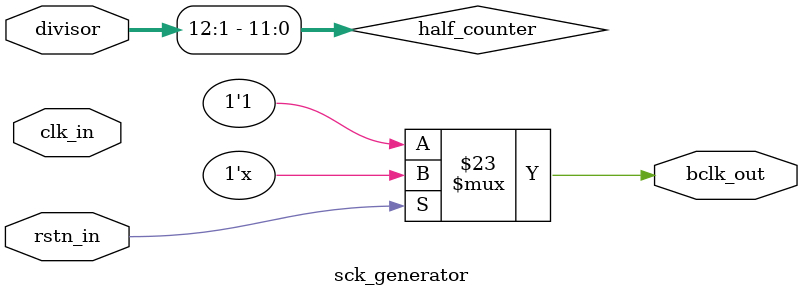
<source format=v>

/********************************************************************
* Module Name:     bclk_generator
* Author:          wuqlan
* Email:           
* Date Created:    2023/4/12
* Description:     UART bclk generator module.
*                  
*
* Version:         0.1
***********************************************************************/

module  sck_generator(
    input   clk_in,
    input   rstn_in,
    output  reg  bclk_out,
    input   [15: 0]  divisor
);


reg   [11: 0]  counter;
reg   top_half;

wire  [11: 0]  half_counter;
wire  change_clk;
wire  top_half_end;
wire  next_half_end;


/*----get half counter----*/
always @(clk_in or rstn_in) begin
    if (!rstn_in ) begin
        counter        <=    0;
        bclk_out       <=    1;
        top_half       <=    1;
    end
    else begin
        counter       <=     (counter + 1);
        bclk_out      <=     change_clk ? ~bclk_out:  bclk_out;
        top_half      <=     change_clk ? ~top_half:  top_half;
    end
end



assign   half_counter  =   divisor >> 1;
assign   change_clk    =   top_half_end || next_half_end?  1:  0;
assign   top_half_end  =   top_half && ((half_counter + divisor[0]) == counter) ? 1:  0;
assign   next_half_end  =  !top_half && (half_counter ==  counter) ? 1:  0;

endmodule





</source>
